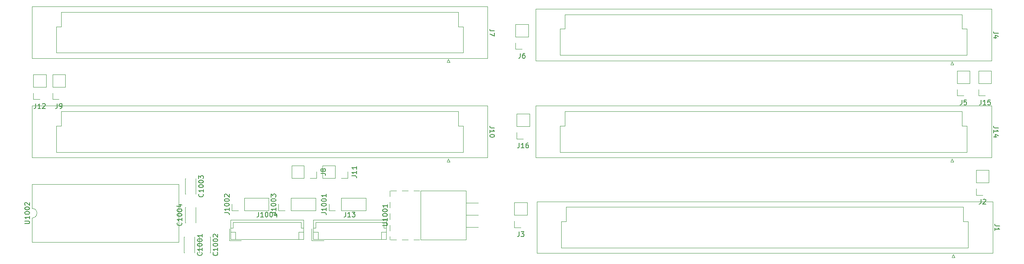
<source format=gbr>
%TF.GenerationSoftware,KiCad,Pcbnew,(5.1.10)-1*%
%TF.CreationDate,2022-04-01T18:04:23+02:00*%
%TF.ProjectId,Backplane,4261636b-706c-4616-9e65-2e6b69636164,rev?*%
%TF.SameCoordinates,Original*%
%TF.FileFunction,Legend,Top*%
%TF.FilePolarity,Positive*%
%FSLAX46Y46*%
G04 Gerber Fmt 4.6, Leading zero omitted, Abs format (unit mm)*
G04 Created by KiCad (PCBNEW (5.1.10)-1) date 2022-04-01 18:04:23*
%MOMM*%
%LPD*%
G01*
G04 APERTURE LIST*
%ADD10C,0.120000*%
%ADD11C,0.150000*%
G04 APERTURE END LIST*
D10*
%TO.C,J7*%
X49235000Y-102858000D02*
X134236000Y-102858000D01*
X49235000Y-97358000D02*
X49235000Y-102858000D01*
X50235000Y-97358000D02*
X49235000Y-97358000D01*
X50235000Y-94358000D02*
X50235000Y-97358000D01*
X133236000Y-94358000D02*
X50235000Y-94358000D01*
X133236000Y-97358000D02*
X133236000Y-94358000D01*
X134236000Y-97358000D02*
X133236000Y-97358000D01*
X134236000Y-102858000D02*
X134236000Y-97358000D01*
X130805000Y-104888000D02*
X131105000Y-104208000D01*
X131405000Y-104888000D02*
X130805000Y-104888000D01*
X131105000Y-104208000D02*
X131405000Y-104888000D01*
X44125000Y-104018000D02*
X139345000Y-104018000D01*
X44125000Y-93198000D02*
X44125000Y-104018000D01*
X139345000Y-93198000D02*
X44125000Y-93198000D01*
X139345000Y-104018000D02*
X139345000Y-93198000D01*
%TO.C,C1001*%
X78120000Y-141380000D02*
X78120000Y-144620000D01*
X75880000Y-141380000D02*
X75880000Y-144620000D01*
X78120000Y-141380000D02*
X78055000Y-141380000D01*
X75945000Y-141380000D02*
X75880000Y-141380000D01*
X78120000Y-144620000D02*
X78055000Y-144620000D01*
X75945000Y-144620000D02*
X75880000Y-144620000D01*
%TO.C,C1002*%
X79195000Y-144620000D02*
X79130000Y-144620000D01*
X81370000Y-144620000D02*
X81305000Y-144620000D01*
X79195000Y-141380000D02*
X79130000Y-141380000D01*
X81370000Y-141380000D02*
X81305000Y-141380000D01*
X79130000Y-141380000D02*
X79130000Y-144620000D01*
X81370000Y-141380000D02*
X81370000Y-144620000D01*
%TO.C,C1003*%
X76195000Y-132370000D02*
X76130000Y-132370000D01*
X78370000Y-132370000D02*
X78305000Y-132370000D01*
X76195000Y-129130000D02*
X76130000Y-129130000D01*
X78370000Y-129130000D02*
X78305000Y-129130000D01*
X76130000Y-129130000D02*
X76130000Y-132370000D01*
X78370000Y-129130000D02*
X78370000Y-132370000D01*
%TO.C,C1004*%
X76130000Y-138370000D02*
X76130000Y-135130000D01*
X78370000Y-138370000D02*
X78370000Y-135130000D01*
X76130000Y-138370000D02*
X76195000Y-138370000D01*
X78305000Y-138370000D02*
X78370000Y-138370000D01*
X76130000Y-135130000D02*
X76195000Y-135130000D01*
X78305000Y-135130000D02*
X78370000Y-135130000D01*
%TO.C,J1*%
X244845000Y-144768000D02*
X244845000Y-133948000D01*
X244845000Y-133948000D02*
X149625000Y-133948000D01*
X149625000Y-133948000D02*
X149625000Y-144768000D01*
X149625000Y-144768000D02*
X244845000Y-144768000D01*
X236605000Y-144958000D02*
X236905000Y-145638000D01*
X236905000Y-145638000D02*
X236305000Y-145638000D01*
X236305000Y-145638000D02*
X236605000Y-144958000D01*
X239736000Y-143608000D02*
X239736000Y-138108000D01*
X239736000Y-138108000D02*
X238736000Y-138108000D01*
X238736000Y-138108000D02*
X238736000Y-135108000D01*
X238736000Y-135108000D02*
X155735000Y-135108000D01*
X155735000Y-135108000D02*
X155735000Y-138108000D01*
X155735000Y-138108000D02*
X154735000Y-138108000D01*
X154735000Y-138108000D02*
X154735000Y-143608000D01*
X154735000Y-143608000D02*
X239736000Y-143608000D01*
%TO.C,J2*%
X242750000Y-132580000D02*
X241420000Y-132580000D01*
X241420000Y-132580000D02*
X241420000Y-131250000D01*
X241420000Y-129980000D02*
X241420000Y-127380000D01*
X244080000Y-127380000D02*
X241420000Y-127380000D01*
X244080000Y-129980000D02*
X244080000Y-127380000D01*
X244080000Y-129980000D02*
X241420000Y-129980000D01*
%TO.C,J3*%
X146250000Y-139370000D02*
X144920000Y-139370000D01*
X144920000Y-139370000D02*
X144920000Y-138040000D01*
X144920000Y-136770000D02*
X144920000Y-134170000D01*
X147580000Y-134170000D02*
X144920000Y-134170000D01*
X147580000Y-136770000D02*
X147580000Y-134170000D01*
X147580000Y-136770000D02*
X144920000Y-136770000D01*
%TO.C,J4*%
X154485000Y-103358000D02*
X239486000Y-103358000D01*
X154485000Y-97858000D02*
X154485000Y-103358000D01*
X155485000Y-97858000D02*
X154485000Y-97858000D01*
X155485000Y-94858000D02*
X155485000Y-97858000D01*
X238486000Y-94858000D02*
X155485000Y-94858000D01*
X238486000Y-97858000D02*
X238486000Y-94858000D01*
X239486000Y-97858000D02*
X238486000Y-97858000D01*
X239486000Y-103358000D02*
X239486000Y-97858000D01*
X236055000Y-105388000D02*
X236355000Y-104708000D01*
X236655000Y-105388000D02*
X236055000Y-105388000D01*
X236355000Y-104708000D02*
X236655000Y-105388000D01*
X149375000Y-104518000D02*
X244595000Y-104518000D01*
X149375000Y-93698000D02*
X149375000Y-104518000D01*
X244595000Y-93698000D02*
X149375000Y-93698000D01*
X244595000Y-104518000D02*
X244595000Y-93698000D01*
%TO.C,J5*%
X240080000Y-109230000D02*
X237420000Y-109230000D01*
X240080000Y-109230000D02*
X240080000Y-106630000D01*
X240080000Y-106630000D02*
X237420000Y-106630000D01*
X237420000Y-109230000D02*
X237420000Y-106630000D01*
X237420000Y-111830000D02*
X237420000Y-110500000D01*
X238750000Y-111830000D02*
X237420000Y-111830000D01*
%TO.C,J6*%
X147830000Y-99480000D02*
X145170000Y-99480000D01*
X147830000Y-99480000D02*
X147830000Y-96880000D01*
X147830000Y-96880000D02*
X145170000Y-96880000D01*
X145170000Y-99480000D02*
X145170000Y-96880000D01*
X145170000Y-102080000D02*
X145170000Y-100750000D01*
X146500000Y-102080000D02*
X145170000Y-102080000D01*
%TO.C,J8*%
X103580000Y-127750000D02*
X103580000Y-129080000D01*
X103580000Y-129080000D02*
X102250000Y-129080000D01*
X100980000Y-129080000D02*
X98380000Y-129080000D01*
X98380000Y-126420000D02*
X98380000Y-129080000D01*
X100980000Y-126420000D02*
X98380000Y-126420000D01*
X100980000Y-126420000D02*
X100980000Y-129080000D01*
%TO.C,J9*%
X51080000Y-109980000D02*
X48420000Y-109980000D01*
X51080000Y-109980000D02*
X51080000Y-107380000D01*
X51080000Y-107380000D02*
X48420000Y-107380000D01*
X48420000Y-109980000D02*
X48420000Y-107380000D01*
X48420000Y-112580000D02*
X48420000Y-111250000D01*
X49750000Y-112580000D02*
X48420000Y-112580000D01*
%TO.C,J10*%
X139345000Y-124768000D02*
X139345000Y-113948000D01*
X139345000Y-113948000D02*
X44125000Y-113948000D01*
X44125000Y-113948000D02*
X44125000Y-124768000D01*
X44125000Y-124768000D02*
X139345000Y-124768000D01*
X131105000Y-124958000D02*
X131405000Y-125638000D01*
X131405000Y-125638000D02*
X130805000Y-125638000D01*
X130805000Y-125638000D02*
X131105000Y-124958000D01*
X134236000Y-123608000D02*
X134236000Y-118108000D01*
X134236000Y-118108000D02*
X133236000Y-118108000D01*
X133236000Y-118108000D02*
X133236000Y-115108000D01*
X133236000Y-115108000D02*
X50235000Y-115108000D01*
X50235000Y-115108000D02*
X50235000Y-118108000D01*
X50235000Y-118108000D02*
X49235000Y-118108000D01*
X49235000Y-118108000D02*
X49235000Y-123608000D01*
X49235000Y-123608000D02*
X134236000Y-123608000D01*
%TO.C,J11*%
X110080000Y-127750000D02*
X110080000Y-129080000D01*
X110080000Y-129080000D02*
X108750000Y-129080000D01*
X107480000Y-129080000D02*
X104880000Y-129080000D01*
X104880000Y-126420000D02*
X104880000Y-129080000D01*
X107480000Y-126420000D02*
X104880000Y-126420000D01*
X107480000Y-126420000D02*
X107480000Y-129080000D01*
%TO.C,J12*%
X45750000Y-112580000D02*
X44420000Y-112580000D01*
X44420000Y-112580000D02*
X44420000Y-111250000D01*
X44420000Y-109980000D02*
X44420000Y-107380000D01*
X47080000Y-107380000D02*
X44420000Y-107380000D01*
X47080000Y-109980000D02*
X47080000Y-107380000D01*
X47080000Y-109980000D02*
X44420000Y-109980000D01*
%TO.C,J13*%
X102890000Y-137790000D02*
X102890000Y-141810000D01*
X102890000Y-141810000D02*
X118110000Y-141810000D01*
X118110000Y-141810000D02*
X118110000Y-137790000D01*
X118110000Y-137790000D02*
X102890000Y-137790000D01*
X102890000Y-139500000D02*
X103390000Y-139500000D01*
X103390000Y-139500000D02*
X103390000Y-138290000D01*
X103390000Y-138290000D02*
X117610000Y-138290000D01*
X117610000Y-138290000D02*
X117610000Y-139500000D01*
X117610000Y-139500000D02*
X118110000Y-139500000D01*
X102890000Y-140310000D02*
X103890000Y-140310000D01*
X103890000Y-140310000D02*
X103890000Y-141810000D01*
X118110000Y-140310000D02*
X117110000Y-140310000D01*
X117110000Y-140310000D02*
X117110000Y-141810000D01*
X102590000Y-139610000D02*
X102590000Y-142110000D01*
X102590000Y-142110000D02*
X105090000Y-142110000D01*
%TO.C,J14*%
X154485000Y-123608000D02*
X239486000Y-123608000D01*
X154485000Y-118108000D02*
X154485000Y-123608000D01*
X155485000Y-118108000D02*
X154485000Y-118108000D01*
X155485000Y-115108000D02*
X155485000Y-118108000D01*
X238486000Y-115108000D02*
X155485000Y-115108000D01*
X238486000Y-118108000D02*
X238486000Y-115108000D01*
X239486000Y-118108000D02*
X238486000Y-118108000D01*
X239486000Y-123608000D02*
X239486000Y-118108000D01*
X236055000Y-125638000D02*
X236355000Y-124958000D01*
X236655000Y-125638000D02*
X236055000Y-125638000D01*
X236355000Y-124958000D02*
X236655000Y-125638000D01*
X149375000Y-124768000D02*
X244595000Y-124768000D01*
X149375000Y-113948000D02*
X149375000Y-124768000D01*
X244595000Y-113948000D02*
X149375000Y-113948000D01*
X244595000Y-124768000D02*
X244595000Y-113948000D01*
%TO.C,J15*%
X244580000Y-109230000D02*
X241920000Y-109230000D01*
X244580000Y-109230000D02*
X244580000Y-106630000D01*
X244580000Y-106630000D02*
X241920000Y-106630000D01*
X241920000Y-109230000D02*
X241920000Y-106630000D01*
X241920000Y-111830000D02*
X241920000Y-110500000D01*
X243250000Y-111830000D02*
X241920000Y-111830000D01*
%TO.C,J16*%
X148080000Y-118230000D02*
X145420000Y-118230000D01*
X148080000Y-118230000D02*
X148080000Y-115630000D01*
X148080000Y-115630000D02*
X145420000Y-115630000D01*
X145420000Y-118230000D02*
X145420000Y-115630000D01*
X145420000Y-120830000D02*
X145420000Y-119500000D01*
X146750000Y-120830000D02*
X145420000Y-120830000D01*
%TO.C,J1001*%
X113910000Y-135830000D02*
X113910000Y-133170000D01*
X108770000Y-135830000D02*
X113910000Y-135830000D01*
X108770000Y-133170000D02*
X113910000Y-133170000D01*
X108770000Y-135830000D02*
X108770000Y-133170000D01*
X107500000Y-135830000D02*
X106170000Y-135830000D01*
X106170000Y-135830000D02*
X106170000Y-134500000D01*
%TO.C,J1002*%
X85880000Y-135830000D02*
X85880000Y-134500000D01*
X87210000Y-135830000D02*
X85880000Y-135830000D01*
X88480000Y-135830000D02*
X88480000Y-133170000D01*
X88480000Y-133170000D02*
X93620000Y-133170000D01*
X88480000Y-135830000D02*
X93620000Y-135830000D01*
X93620000Y-135830000D02*
X93620000Y-133170000D01*
%TO.C,J1003*%
X103370000Y-135830000D02*
X103370000Y-133170000D01*
X98230000Y-135830000D02*
X103370000Y-135830000D01*
X98230000Y-133170000D02*
X103370000Y-133170000D01*
X98230000Y-135830000D02*
X98230000Y-133170000D01*
X96960000Y-135830000D02*
X95630000Y-135830000D01*
X95630000Y-135830000D02*
X95630000Y-134500000D01*
%TO.C,J1004*%
X85340000Y-142110000D02*
X87840000Y-142110000D01*
X85340000Y-139610000D02*
X85340000Y-142110000D01*
X99860000Y-140310000D02*
X99860000Y-141810000D01*
X100860000Y-140310000D02*
X99860000Y-140310000D01*
X86640000Y-140310000D02*
X86640000Y-141810000D01*
X85640000Y-140310000D02*
X86640000Y-140310000D01*
X100360000Y-139500000D02*
X100860000Y-139500000D01*
X100360000Y-138290000D02*
X100360000Y-139500000D01*
X86140000Y-138290000D02*
X100360000Y-138290000D01*
X86140000Y-139500000D02*
X86140000Y-138290000D01*
X85640000Y-139500000D02*
X86140000Y-139500000D01*
X100860000Y-137790000D02*
X85640000Y-137790000D01*
X100860000Y-141810000D02*
X100860000Y-137790000D01*
X85640000Y-141810000D02*
X100860000Y-141810000D01*
X85640000Y-137790000D02*
X85640000Y-141810000D01*
%TO.C,U1001*%
X134810000Y-131670000D02*
X134810000Y-141910000D01*
X125320000Y-131670000D02*
X125320000Y-141910000D01*
X134810000Y-131670000D02*
X125320000Y-131670000D01*
X134810000Y-141910000D02*
X125320000Y-141910000D01*
X118920000Y-131670000D02*
X118920000Y-132870000D01*
X118920000Y-134069000D02*
X118920000Y-135270000D01*
X118920000Y-136470000D02*
X118920000Y-137670000D01*
X118920000Y-138870000D02*
X118920000Y-140070000D01*
X118920000Y-141270000D02*
X118920000Y-141910000D01*
X125080000Y-131670000D02*
X123880000Y-131670000D01*
X122680000Y-131670000D02*
X121480000Y-131670000D01*
X120280000Y-131670000D02*
X119080000Y-131670000D01*
X125080000Y-141910000D02*
X123880000Y-141910000D01*
X122680000Y-141910000D02*
X121480000Y-141910000D01*
X120280000Y-141910000D02*
X119080000Y-141910000D01*
X137350000Y-134250000D02*
X134810000Y-134250000D01*
X137350000Y-136790000D02*
X134810000Y-136790000D01*
X137350000Y-139330000D02*
X134810000Y-139330000D01*
%TO.C,U1002*%
X44170000Y-137380000D02*
X44170000Y-142440000D01*
X44170000Y-142440000D02*
X74770000Y-142440000D01*
X74770000Y-142440000D02*
X74770000Y-130320000D01*
X74770000Y-130320000D02*
X44170000Y-130320000D01*
X44170000Y-130320000D02*
X44170000Y-135380000D01*
X44170000Y-135380000D02*
G75*
G02*
X44170000Y-137380000I0J-1000000D01*
G01*
%TO.C,J7*%
D11*
X140782619Y-98274666D02*
X140068333Y-98274666D01*
X139925476Y-98227047D01*
X139830238Y-98131809D01*
X139782619Y-97988952D01*
X139782619Y-97893714D01*
X140782619Y-98655619D02*
X140782619Y-99322285D01*
X139782619Y-98893714D01*
%TO.C,C1001*%
X79607142Y-144595238D02*
X79654761Y-144642857D01*
X79702380Y-144785714D01*
X79702380Y-144880952D01*
X79654761Y-145023809D01*
X79559523Y-145119047D01*
X79464285Y-145166666D01*
X79273809Y-145214285D01*
X79130952Y-145214285D01*
X78940476Y-145166666D01*
X78845238Y-145119047D01*
X78750000Y-145023809D01*
X78702380Y-144880952D01*
X78702380Y-144785714D01*
X78750000Y-144642857D01*
X78797619Y-144595238D01*
X79702380Y-143642857D02*
X79702380Y-144214285D01*
X79702380Y-143928571D02*
X78702380Y-143928571D01*
X78845238Y-144023809D01*
X78940476Y-144119047D01*
X78988095Y-144214285D01*
X78702380Y-143023809D02*
X78702380Y-142928571D01*
X78750000Y-142833333D01*
X78797619Y-142785714D01*
X78892857Y-142738095D01*
X79083333Y-142690476D01*
X79321428Y-142690476D01*
X79511904Y-142738095D01*
X79607142Y-142785714D01*
X79654761Y-142833333D01*
X79702380Y-142928571D01*
X79702380Y-143023809D01*
X79654761Y-143119047D01*
X79607142Y-143166666D01*
X79511904Y-143214285D01*
X79321428Y-143261904D01*
X79083333Y-143261904D01*
X78892857Y-143214285D01*
X78797619Y-143166666D01*
X78750000Y-143119047D01*
X78702380Y-143023809D01*
X78702380Y-142071428D02*
X78702380Y-141976190D01*
X78750000Y-141880952D01*
X78797619Y-141833333D01*
X78892857Y-141785714D01*
X79083333Y-141738095D01*
X79321428Y-141738095D01*
X79511904Y-141785714D01*
X79607142Y-141833333D01*
X79654761Y-141880952D01*
X79702380Y-141976190D01*
X79702380Y-142071428D01*
X79654761Y-142166666D01*
X79607142Y-142214285D01*
X79511904Y-142261904D01*
X79321428Y-142309523D01*
X79083333Y-142309523D01*
X78892857Y-142261904D01*
X78797619Y-142214285D01*
X78750000Y-142166666D01*
X78702380Y-142071428D01*
X79702380Y-140785714D02*
X79702380Y-141357142D01*
X79702380Y-141071428D02*
X78702380Y-141071428D01*
X78845238Y-141166666D01*
X78940476Y-141261904D01*
X78988095Y-141357142D01*
%TO.C,C1002*%
X82857142Y-144595238D02*
X82904761Y-144642857D01*
X82952380Y-144785714D01*
X82952380Y-144880952D01*
X82904761Y-145023809D01*
X82809523Y-145119047D01*
X82714285Y-145166666D01*
X82523809Y-145214285D01*
X82380952Y-145214285D01*
X82190476Y-145166666D01*
X82095238Y-145119047D01*
X82000000Y-145023809D01*
X81952380Y-144880952D01*
X81952380Y-144785714D01*
X82000000Y-144642857D01*
X82047619Y-144595238D01*
X82952380Y-143642857D02*
X82952380Y-144214285D01*
X82952380Y-143928571D02*
X81952380Y-143928571D01*
X82095238Y-144023809D01*
X82190476Y-144119047D01*
X82238095Y-144214285D01*
X81952380Y-143023809D02*
X81952380Y-142928571D01*
X82000000Y-142833333D01*
X82047619Y-142785714D01*
X82142857Y-142738095D01*
X82333333Y-142690476D01*
X82571428Y-142690476D01*
X82761904Y-142738095D01*
X82857142Y-142785714D01*
X82904761Y-142833333D01*
X82952380Y-142928571D01*
X82952380Y-143023809D01*
X82904761Y-143119047D01*
X82857142Y-143166666D01*
X82761904Y-143214285D01*
X82571428Y-143261904D01*
X82333333Y-143261904D01*
X82142857Y-143214285D01*
X82047619Y-143166666D01*
X82000000Y-143119047D01*
X81952380Y-143023809D01*
X81952380Y-142071428D02*
X81952380Y-141976190D01*
X82000000Y-141880952D01*
X82047619Y-141833333D01*
X82142857Y-141785714D01*
X82333333Y-141738095D01*
X82571428Y-141738095D01*
X82761904Y-141785714D01*
X82857142Y-141833333D01*
X82904761Y-141880952D01*
X82952380Y-141976190D01*
X82952380Y-142071428D01*
X82904761Y-142166666D01*
X82857142Y-142214285D01*
X82761904Y-142261904D01*
X82571428Y-142309523D01*
X82333333Y-142309523D01*
X82142857Y-142261904D01*
X82047619Y-142214285D01*
X82000000Y-142166666D01*
X81952380Y-142071428D01*
X82047619Y-141357142D02*
X82000000Y-141309523D01*
X81952380Y-141214285D01*
X81952380Y-140976190D01*
X82000000Y-140880952D01*
X82047619Y-140833333D01*
X82142857Y-140785714D01*
X82238095Y-140785714D01*
X82380952Y-140833333D01*
X82952380Y-141404761D01*
X82952380Y-140785714D01*
%TO.C,C1003*%
X79857142Y-132345238D02*
X79904761Y-132392857D01*
X79952380Y-132535714D01*
X79952380Y-132630952D01*
X79904761Y-132773809D01*
X79809523Y-132869047D01*
X79714285Y-132916666D01*
X79523809Y-132964285D01*
X79380952Y-132964285D01*
X79190476Y-132916666D01*
X79095238Y-132869047D01*
X79000000Y-132773809D01*
X78952380Y-132630952D01*
X78952380Y-132535714D01*
X79000000Y-132392857D01*
X79047619Y-132345238D01*
X79952380Y-131392857D02*
X79952380Y-131964285D01*
X79952380Y-131678571D02*
X78952380Y-131678571D01*
X79095238Y-131773809D01*
X79190476Y-131869047D01*
X79238095Y-131964285D01*
X78952380Y-130773809D02*
X78952380Y-130678571D01*
X79000000Y-130583333D01*
X79047619Y-130535714D01*
X79142857Y-130488095D01*
X79333333Y-130440476D01*
X79571428Y-130440476D01*
X79761904Y-130488095D01*
X79857142Y-130535714D01*
X79904761Y-130583333D01*
X79952380Y-130678571D01*
X79952380Y-130773809D01*
X79904761Y-130869047D01*
X79857142Y-130916666D01*
X79761904Y-130964285D01*
X79571428Y-131011904D01*
X79333333Y-131011904D01*
X79142857Y-130964285D01*
X79047619Y-130916666D01*
X79000000Y-130869047D01*
X78952380Y-130773809D01*
X78952380Y-129821428D02*
X78952380Y-129726190D01*
X79000000Y-129630952D01*
X79047619Y-129583333D01*
X79142857Y-129535714D01*
X79333333Y-129488095D01*
X79571428Y-129488095D01*
X79761904Y-129535714D01*
X79857142Y-129583333D01*
X79904761Y-129630952D01*
X79952380Y-129726190D01*
X79952380Y-129821428D01*
X79904761Y-129916666D01*
X79857142Y-129964285D01*
X79761904Y-130011904D01*
X79571428Y-130059523D01*
X79333333Y-130059523D01*
X79142857Y-130011904D01*
X79047619Y-129964285D01*
X79000000Y-129916666D01*
X78952380Y-129821428D01*
X78952380Y-129154761D02*
X78952380Y-128535714D01*
X79333333Y-128869047D01*
X79333333Y-128726190D01*
X79380952Y-128630952D01*
X79428571Y-128583333D01*
X79523809Y-128535714D01*
X79761904Y-128535714D01*
X79857142Y-128583333D01*
X79904761Y-128630952D01*
X79952380Y-128726190D01*
X79952380Y-129011904D01*
X79904761Y-129107142D01*
X79857142Y-129154761D01*
%TO.C,C1004*%
X75357142Y-138345238D02*
X75404761Y-138392857D01*
X75452380Y-138535714D01*
X75452380Y-138630952D01*
X75404761Y-138773809D01*
X75309523Y-138869047D01*
X75214285Y-138916666D01*
X75023809Y-138964285D01*
X74880952Y-138964285D01*
X74690476Y-138916666D01*
X74595238Y-138869047D01*
X74500000Y-138773809D01*
X74452380Y-138630952D01*
X74452380Y-138535714D01*
X74500000Y-138392857D01*
X74547619Y-138345238D01*
X75452380Y-137392857D02*
X75452380Y-137964285D01*
X75452380Y-137678571D02*
X74452380Y-137678571D01*
X74595238Y-137773809D01*
X74690476Y-137869047D01*
X74738095Y-137964285D01*
X74452380Y-136773809D02*
X74452380Y-136678571D01*
X74500000Y-136583333D01*
X74547619Y-136535714D01*
X74642857Y-136488095D01*
X74833333Y-136440476D01*
X75071428Y-136440476D01*
X75261904Y-136488095D01*
X75357142Y-136535714D01*
X75404761Y-136583333D01*
X75452380Y-136678571D01*
X75452380Y-136773809D01*
X75404761Y-136869047D01*
X75357142Y-136916666D01*
X75261904Y-136964285D01*
X75071428Y-137011904D01*
X74833333Y-137011904D01*
X74642857Y-136964285D01*
X74547619Y-136916666D01*
X74500000Y-136869047D01*
X74452380Y-136773809D01*
X74452380Y-135821428D02*
X74452380Y-135726190D01*
X74500000Y-135630952D01*
X74547619Y-135583333D01*
X74642857Y-135535714D01*
X74833333Y-135488095D01*
X75071428Y-135488095D01*
X75261904Y-135535714D01*
X75357142Y-135583333D01*
X75404761Y-135630952D01*
X75452380Y-135726190D01*
X75452380Y-135821428D01*
X75404761Y-135916666D01*
X75357142Y-135964285D01*
X75261904Y-136011904D01*
X75071428Y-136059523D01*
X74833333Y-136059523D01*
X74642857Y-136011904D01*
X74547619Y-135964285D01*
X74500000Y-135916666D01*
X74452380Y-135821428D01*
X74785714Y-134630952D02*
X75452380Y-134630952D01*
X74404761Y-134869047D02*
X75119047Y-135107142D01*
X75119047Y-134488095D01*
%TO.C,J1*%
X246282619Y-139024666D02*
X245568333Y-139024666D01*
X245425476Y-138977047D01*
X245330238Y-138881809D01*
X245282619Y-138738952D01*
X245282619Y-138643714D01*
X245282619Y-140024666D02*
X245282619Y-139453238D01*
X245282619Y-139738952D02*
X246282619Y-139738952D01*
X246139761Y-139643714D01*
X246044523Y-139548476D01*
X245996904Y-139453238D01*
%TO.C,J2*%
X242416666Y-133472380D02*
X242416666Y-134186666D01*
X242369047Y-134329523D01*
X242273809Y-134424761D01*
X242130952Y-134472380D01*
X242035714Y-134472380D01*
X242845238Y-133567619D02*
X242892857Y-133520000D01*
X242988095Y-133472380D01*
X243226190Y-133472380D01*
X243321428Y-133520000D01*
X243369047Y-133567619D01*
X243416666Y-133662857D01*
X243416666Y-133758095D01*
X243369047Y-133900952D01*
X242797619Y-134472380D01*
X243416666Y-134472380D01*
%TO.C,J3*%
X145916666Y-140262380D02*
X145916666Y-140976666D01*
X145869047Y-141119523D01*
X145773809Y-141214761D01*
X145630952Y-141262380D01*
X145535714Y-141262380D01*
X146297619Y-140262380D02*
X146916666Y-140262380D01*
X146583333Y-140643333D01*
X146726190Y-140643333D01*
X146821428Y-140690952D01*
X146869047Y-140738571D01*
X146916666Y-140833809D01*
X146916666Y-141071904D01*
X146869047Y-141167142D01*
X146821428Y-141214761D01*
X146726190Y-141262380D01*
X146440476Y-141262380D01*
X146345238Y-141214761D01*
X146297619Y-141167142D01*
%TO.C,J4*%
X246032619Y-98774666D02*
X245318333Y-98774666D01*
X245175476Y-98727047D01*
X245080238Y-98631809D01*
X245032619Y-98488952D01*
X245032619Y-98393714D01*
X245699285Y-99679428D02*
X245032619Y-99679428D01*
X246080238Y-99441333D02*
X245365952Y-99203238D01*
X245365952Y-99822285D01*
%TO.C,J5*%
X238416666Y-112722380D02*
X238416666Y-113436666D01*
X238369047Y-113579523D01*
X238273809Y-113674761D01*
X238130952Y-113722380D01*
X238035714Y-113722380D01*
X239369047Y-112722380D02*
X238892857Y-112722380D01*
X238845238Y-113198571D01*
X238892857Y-113150952D01*
X238988095Y-113103333D01*
X239226190Y-113103333D01*
X239321428Y-113150952D01*
X239369047Y-113198571D01*
X239416666Y-113293809D01*
X239416666Y-113531904D01*
X239369047Y-113627142D01*
X239321428Y-113674761D01*
X239226190Y-113722380D01*
X238988095Y-113722380D01*
X238892857Y-113674761D01*
X238845238Y-113627142D01*
%TO.C,J6*%
X146166666Y-102972380D02*
X146166666Y-103686666D01*
X146119047Y-103829523D01*
X146023809Y-103924761D01*
X145880952Y-103972380D01*
X145785714Y-103972380D01*
X147071428Y-102972380D02*
X146880952Y-102972380D01*
X146785714Y-103020000D01*
X146738095Y-103067619D01*
X146642857Y-103210476D01*
X146595238Y-103400952D01*
X146595238Y-103781904D01*
X146642857Y-103877142D01*
X146690476Y-103924761D01*
X146785714Y-103972380D01*
X146976190Y-103972380D01*
X147071428Y-103924761D01*
X147119047Y-103877142D01*
X147166666Y-103781904D01*
X147166666Y-103543809D01*
X147119047Y-103448571D01*
X147071428Y-103400952D01*
X146976190Y-103353333D01*
X146785714Y-103353333D01*
X146690476Y-103400952D01*
X146642857Y-103448571D01*
X146595238Y-103543809D01*
%TO.C,J8*%
X104472380Y-128083333D02*
X105186666Y-128083333D01*
X105329523Y-128130952D01*
X105424761Y-128226190D01*
X105472380Y-128369047D01*
X105472380Y-128464285D01*
X104900952Y-127464285D02*
X104853333Y-127559523D01*
X104805714Y-127607142D01*
X104710476Y-127654761D01*
X104662857Y-127654761D01*
X104567619Y-127607142D01*
X104520000Y-127559523D01*
X104472380Y-127464285D01*
X104472380Y-127273809D01*
X104520000Y-127178571D01*
X104567619Y-127130952D01*
X104662857Y-127083333D01*
X104710476Y-127083333D01*
X104805714Y-127130952D01*
X104853333Y-127178571D01*
X104900952Y-127273809D01*
X104900952Y-127464285D01*
X104948571Y-127559523D01*
X104996190Y-127607142D01*
X105091428Y-127654761D01*
X105281904Y-127654761D01*
X105377142Y-127607142D01*
X105424761Y-127559523D01*
X105472380Y-127464285D01*
X105472380Y-127273809D01*
X105424761Y-127178571D01*
X105377142Y-127130952D01*
X105281904Y-127083333D01*
X105091428Y-127083333D01*
X104996190Y-127130952D01*
X104948571Y-127178571D01*
X104900952Y-127273809D01*
%TO.C,J9*%
X49416666Y-113472380D02*
X49416666Y-114186666D01*
X49369047Y-114329523D01*
X49273809Y-114424761D01*
X49130952Y-114472380D01*
X49035714Y-114472380D01*
X49940476Y-114472380D02*
X50130952Y-114472380D01*
X50226190Y-114424761D01*
X50273809Y-114377142D01*
X50369047Y-114234285D01*
X50416666Y-114043809D01*
X50416666Y-113662857D01*
X50369047Y-113567619D01*
X50321428Y-113520000D01*
X50226190Y-113472380D01*
X50035714Y-113472380D01*
X49940476Y-113520000D01*
X49892857Y-113567619D01*
X49845238Y-113662857D01*
X49845238Y-113900952D01*
X49892857Y-113996190D01*
X49940476Y-114043809D01*
X50035714Y-114091428D01*
X50226190Y-114091428D01*
X50321428Y-114043809D01*
X50369047Y-113996190D01*
X50416666Y-113900952D01*
%TO.C,J10*%
X140782619Y-118548476D02*
X140068333Y-118548476D01*
X139925476Y-118500857D01*
X139830238Y-118405619D01*
X139782619Y-118262761D01*
X139782619Y-118167523D01*
X139782619Y-119548476D02*
X139782619Y-118977047D01*
X139782619Y-119262761D02*
X140782619Y-119262761D01*
X140639761Y-119167523D01*
X140544523Y-119072285D01*
X140496904Y-118977047D01*
X140782619Y-120167523D02*
X140782619Y-120262761D01*
X140735000Y-120358000D01*
X140687380Y-120405619D01*
X140592142Y-120453238D01*
X140401666Y-120500857D01*
X140163571Y-120500857D01*
X139973095Y-120453238D01*
X139877857Y-120405619D01*
X139830238Y-120358000D01*
X139782619Y-120262761D01*
X139782619Y-120167523D01*
X139830238Y-120072285D01*
X139877857Y-120024666D01*
X139973095Y-119977047D01*
X140163571Y-119929428D01*
X140401666Y-119929428D01*
X140592142Y-119977047D01*
X140687380Y-120024666D01*
X140735000Y-120072285D01*
X140782619Y-120167523D01*
%TO.C,J11*%
X110972380Y-128559523D02*
X111686666Y-128559523D01*
X111829523Y-128607142D01*
X111924761Y-128702380D01*
X111972380Y-128845238D01*
X111972380Y-128940476D01*
X111972380Y-127559523D02*
X111972380Y-128130952D01*
X111972380Y-127845238D02*
X110972380Y-127845238D01*
X111115238Y-127940476D01*
X111210476Y-128035714D01*
X111258095Y-128130952D01*
X111972380Y-126607142D02*
X111972380Y-127178571D01*
X111972380Y-126892857D02*
X110972380Y-126892857D01*
X111115238Y-126988095D01*
X111210476Y-127083333D01*
X111258095Y-127178571D01*
%TO.C,J12*%
X44940476Y-113472380D02*
X44940476Y-114186666D01*
X44892857Y-114329523D01*
X44797619Y-114424761D01*
X44654761Y-114472380D01*
X44559523Y-114472380D01*
X45940476Y-114472380D02*
X45369047Y-114472380D01*
X45654761Y-114472380D02*
X45654761Y-113472380D01*
X45559523Y-113615238D01*
X45464285Y-113710476D01*
X45369047Y-113758095D01*
X46321428Y-113567619D02*
X46369047Y-113520000D01*
X46464285Y-113472380D01*
X46702380Y-113472380D01*
X46797619Y-113520000D01*
X46845238Y-113567619D01*
X46892857Y-113662857D01*
X46892857Y-113758095D01*
X46845238Y-113900952D01*
X46273809Y-114472380D01*
X46892857Y-114472380D01*
%TO.C,J13*%
X109690476Y-136152380D02*
X109690476Y-136866666D01*
X109642857Y-137009523D01*
X109547619Y-137104761D01*
X109404761Y-137152380D01*
X109309523Y-137152380D01*
X110690476Y-137152380D02*
X110119047Y-137152380D01*
X110404761Y-137152380D02*
X110404761Y-136152380D01*
X110309523Y-136295238D01*
X110214285Y-136390476D01*
X110119047Y-136438095D01*
X111023809Y-136152380D02*
X111642857Y-136152380D01*
X111309523Y-136533333D01*
X111452380Y-136533333D01*
X111547619Y-136580952D01*
X111595238Y-136628571D01*
X111642857Y-136723809D01*
X111642857Y-136961904D01*
X111595238Y-137057142D01*
X111547619Y-137104761D01*
X111452380Y-137152380D01*
X111166666Y-137152380D01*
X111071428Y-137104761D01*
X111023809Y-137057142D01*
%TO.C,J14*%
X246032619Y-118548476D02*
X245318333Y-118548476D01*
X245175476Y-118500857D01*
X245080238Y-118405619D01*
X245032619Y-118262761D01*
X245032619Y-118167523D01*
X245032619Y-119548476D02*
X245032619Y-118977047D01*
X245032619Y-119262761D02*
X246032619Y-119262761D01*
X245889761Y-119167523D01*
X245794523Y-119072285D01*
X245746904Y-118977047D01*
X245699285Y-120405619D02*
X245032619Y-120405619D01*
X246080238Y-120167523D02*
X245365952Y-119929428D01*
X245365952Y-120548476D01*
%TO.C,J15*%
X242440476Y-112722380D02*
X242440476Y-113436666D01*
X242392857Y-113579523D01*
X242297619Y-113674761D01*
X242154761Y-113722380D01*
X242059523Y-113722380D01*
X243440476Y-113722380D02*
X242869047Y-113722380D01*
X243154761Y-113722380D02*
X243154761Y-112722380D01*
X243059523Y-112865238D01*
X242964285Y-112960476D01*
X242869047Y-113008095D01*
X244345238Y-112722380D02*
X243869047Y-112722380D01*
X243821428Y-113198571D01*
X243869047Y-113150952D01*
X243964285Y-113103333D01*
X244202380Y-113103333D01*
X244297619Y-113150952D01*
X244345238Y-113198571D01*
X244392857Y-113293809D01*
X244392857Y-113531904D01*
X244345238Y-113627142D01*
X244297619Y-113674761D01*
X244202380Y-113722380D01*
X243964285Y-113722380D01*
X243869047Y-113674761D01*
X243821428Y-113627142D01*
%TO.C,J16*%
X145940476Y-121722380D02*
X145940476Y-122436666D01*
X145892857Y-122579523D01*
X145797619Y-122674761D01*
X145654761Y-122722380D01*
X145559523Y-122722380D01*
X146940476Y-122722380D02*
X146369047Y-122722380D01*
X146654761Y-122722380D02*
X146654761Y-121722380D01*
X146559523Y-121865238D01*
X146464285Y-121960476D01*
X146369047Y-122008095D01*
X147797619Y-121722380D02*
X147607142Y-121722380D01*
X147511904Y-121770000D01*
X147464285Y-121817619D01*
X147369047Y-121960476D01*
X147321428Y-122150952D01*
X147321428Y-122531904D01*
X147369047Y-122627142D01*
X147416666Y-122674761D01*
X147511904Y-122722380D01*
X147702380Y-122722380D01*
X147797619Y-122674761D01*
X147845238Y-122627142D01*
X147892857Y-122531904D01*
X147892857Y-122293809D01*
X147845238Y-122198571D01*
X147797619Y-122150952D01*
X147702380Y-122103333D01*
X147511904Y-122103333D01*
X147416666Y-122150952D01*
X147369047Y-122198571D01*
X147321428Y-122293809D01*
%TO.C,J1001*%
X104622380Y-136261904D02*
X105336666Y-136261904D01*
X105479523Y-136309523D01*
X105574761Y-136404761D01*
X105622380Y-136547619D01*
X105622380Y-136642857D01*
X105622380Y-135261904D02*
X105622380Y-135833333D01*
X105622380Y-135547619D02*
X104622380Y-135547619D01*
X104765238Y-135642857D01*
X104860476Y-135738095D01*
X104908095Y-135833333D01*
X104622380Y-134642857D02*
X104622380Y-134547619D01*
X104670000Y-134452380D01*
X104717619Y-134404761D01*
X104812857Y-134357142D01*
X105003333Y-134309523D01*
X105241428Y-134309523D01*
X105431904Y-134357142D01*
X105527142Y-134404761D01*
X105574761Y-134452380D01*
X105622380Y-134547619D01*
X105622380Y-134642857D01*
X105574761Y-134738095D01*
X105527142Y-134785714D01*
X105431904Y-134833333D01*
X105241428Y-134880952D01*
X105003333Y-134880952D01*
X104812857Y-134833333D01*
X104717619Y-134785714D01*
X104670000Y-134738095D01*
X104622380Y-134642857D01*
X104622380Y-133690476D02*
X104622380Y-133595238D01*
X104670000Y-133500000D01*
X104717619Y-133452380D01*
X104812857Y-133404761D01*
X105003333Y-133357142D01*
X105241428Y-133357142D01*
X105431904Y-133404761D01*
X105527142Y-133452380D01*
X105574761Y-133500000D01*
X105622380Y-133595238D01*
X105622380Y-133690476D01*
X105574761Y-133785714D01*
X105527142Y-133833333D01*
X105431904Y-133880952D01*
X105241428Y-133928571D01*
X105003333Y-133928571D01*
X104812857Y-133880952D01*
X104717619Y-133833333D01*
X104670000Y-133785714D01*
X104622380Y-133690476D01*
X105622380Y-132404761D02*
X105622380Y-132976190D01*
X105622380Y-132690476D02*
X104622380Y-132690476D01*
X104765238Y-132785714D01*
X104860476Y-132880952D01*
X104908095Y-132976190D01*
%TO.C,J1002*%
X84332380Y-136261904D02*
X85046666Y-136261904D01*
X85189523Y-136309523D01*
X85284761Y-136404761D01*
X85332380Y-136547619D01*
X85332380Y-136642857D01*
X85332380Y-135261904D02*
X85332380Y-135833333D01*
X85332380Y-135547619D02*
X84332380Y-135547619D01*
X84475238Y-135642857D01*
X84570476Y-135738095D01*
X84618095Y-135833333D01*
X84332380Y-134642857D02*
X84332380Y-134547619D01*
X84380000Y-134452380D01*
X84427619Y-134404761D01*
X84522857Y-134357142D01*
X84713333Y-134309523D01*
X84951428Y-134309523D01*
X85141904Y-134357142D01*
X85237142Y-134404761D01*
X85284761Y-134452380D01*
X85332380Y-134547619D01*
X85332380Y-134642857D01*
X85284761Y-134738095D01*
X85237142Y-134785714D01*
X85141904Y-134833333D01*
X84951428Y-134880952D01*
X84713333Y-134880952D01*
X84522857Y-134833333D01*
X84427619Y-134785714D01*
X84380000Y-134738095D01*
X84332380Y-134642857D01*
X84332380Y-133690476D02*
X84332380Y-133595238D01*
X84380000Y-133500000D01*
X84427619Y-133452380D01*
X84522857Y-133404761D01*
X84713333Y-133357142D01*
X84951428Y-133357142D01*
X85141904Y-133404761D01*
X85237142Y-133452380D01*
X85284761Y-133500000D01*
X85332380Y-133595238D01*
X85332380Y-133690476D01*
X85284761Y-133785714D01*
X85237142Y-133833333D01*
X85141904Y-133880952D01*
X84951428Y-133928571D01*
X84713333Y-133928571D01*
X84522857Y-133880952D01*
X84427619Y-133833333D01*
X84380000Y-133785714D01*
X84332380Y-133690476D01*
X84427619Y-132976190D02*
X84380000Y-132928571D01*
X84332380Y-132833333D01*
X84332380Y-132595238D01*
X84380000Y-132500000D01*
X84427619Y-132452380D01*
X84522857Y-132404761D01*
X84618095Y-132404761D01*
X84760952Y-132452380D01*
X85332380Y-133023809D01*
X85332380Y-132404761D01*
%TO.C,J1003*%
X94082380Y-136261904D02*
X94796666Y-136261904D01*
X94939523Y-136309523D01*
X95034761Y-136404761D01*
X95082380Y-136547619D01*
X95082380Y-136642857D01*
X95082380Y-135261904D02*
X95082380Y-135833333D01*
X95082380Y-135547619D02*
X94082380Y-135547619D01*
X94225238Y-135642857D01*
X94320476Y-135738095D01*
X94368095Y-135833333D01*
X94082380Y-134642857D02*
X94082380Y-134547619D01*
X94130000Y-134452380D01*
X94177619Y-134404761D01*
X94272857Y-134357142D01*
X94463333Y-134309523D01*
X94701428Y-134309523D01*
X94891904Y-134357142D01*
X94987142Y-134404761D01*
X95034761Y-134452380D01*
X95082380Y-134547619D01*
X95082380Y-134642857D01*
X95034761Y-134738095D01*
X94987142Y-134785714D01*
X94891904Y-134833333D01*
X94701428Y-134880952D01*
X94463333Y-134880952D01*
X94272857Y-134833333D01*
X94177619Y-134785714D01*
X94130000Y-134738095D01*
X94082380Y-134642857D01*
X94082380Y-133690476D02*
X94082380Y-133595238D01*
X94130000Y-133500000D01*
X94177619Y-133452380D01*
X94272857Y-133404761D01*
X94463333Y-133357142D01*
X94701428Y-133357142D01*
X94891904Y-133404761D01*
X94987142Y-133452380D01*
X95034761Y-133500000D01*
X95082380Y-133595238D01*
X95082380Y-133690476D01*
X95034761Y-133785714D01*
X94987142Y-133833333D01*
X94891904Y-133880952D01*
X94701428Y-133928571D01*
X94463333Y-133928571D01*
X94272857Y-133880952D01*
X94177619Y-133833333D01*
X94130000Y-133785714D01*
X94082380Y-133690476D01*
X94082380Y-133023809D02*
X94082380Y-132404761D01*
X94463333Y-132738095D01*
X94463333Y-132595238D01*
X94510952Y-132500000D01*
X94558571Y-132452380D01*
X94653809Y-132404761D01*
X94891904Y-132404761D01*
X94987142Y-132452380D01*
X95034761Y-132500000D01*
X95082380Y-132595238D01*
X95082380Y-132880952D01*
X95034761Y-132976190D01*
X94987142Y-133023809D01*
%TO.C,J1004*%
X91488095Y-136152380D02*
X91488095Y-136866666D01*
X91440476Y-137009523D01*
X91345238Y-137104761D01*
X91202380Y-137152380D01*
X91107142Y-137152380D01*
X92488095Y-137152380D02*
X91916666Y-137152380D01*
X92202380Y-137152380D02*
X92202380Y-136152380D01*
X92107142Y-136295238D01*
X92011904Y-136390476D01*
X91916666Y-136438095D01*
X93107142Y-136152380D02*
X93202380Y-136152380D01*
X93297619Y-136200000D01*
X93345238Y-136247619D01*
X93392857Y-136342857D01*
X93440476Y-136533333D01*
X93440476Y-136771428D01*
X93392857Y-136961904D01*
X93345238Y-137057142D01*
X93297619Y-137104761D01*
X93202380Y-137152380D01*
X93107142Y-137152380D01*
X93011904Y-137104761D01*
X92964285Y-137057142D01*
X92916666Y-136961904D01*
X92869047Y-136771428D01*
X92869047Y-136533333D01*
X92916666Y-136342857D01*
X92964285Y-136247619D01*
X93011904Y-136200000D01*
X93107142Y-136152380D01*
X94059523Y-136152380D02*
X94154761Y-136152380D01*
X94250000Y-136200000D01*
X94297619Y-136247619D01*
X94345238Y-136342857D01*
X94392857Y-136533333D01*
X94392857Y-136771428D01*
X94345238Y-136961904D01*
X94297619Y-137057142D01*
X94250000Y-137104761D01*
X94154761Y-137152380D01*
X94059523Y-137152380D01*
X93964285Y-137104761D01*
X93916666Y-137057142D01*
X93869047Y-136961904D01*
X93821428Y-136771428D01*
X93821428Y-136533333D01*
X93869047Y-136342857D01*
X93916666Y-136247619D01*
X93964285Y-136200000D01*
X94059523Y-136152380D01*
X95250000Y-136485714D02*
X95250000Y-137152380D01*
X95011904Y-136104761D02*
X94773809Y-136819047D01*
X95392857Y-136819047D01*
%TO.C,U1001*%
X117372380Y-138980476D02*
X118181904Y-138980476D01*
X118277142Y-138932857D01*
X118324761Y-138885238D01*
X118372380Y-138790000D01*
X118372380Y-138599523D01*
X118324761Y-138504285D01*
X118277142Y-138456666D01*
X118181904Y-138409047D01*
X117372380Y-138409047D01*
X118372380Y-137409047D02*
X118372380Y-137980476D01*
X118372380Y-137694761D02*
X117372380Y-137694761D01*
X117515238Y-137790000D01*
X117610476Y-137885238D01*
X117658095Y-137980476D01*
X117372380Y-136790000D02*
X117372380Y-136694761D01*
X117420000Y-136599523D01*
X117467619Y-136551904D01*
X117562857Y-136504285D01*
X117753333Y-136456666D01*
X117991428Y-136456666D01*
X118181904Y-136504285D01*
X118277142Y-136551904D01*
X118324761Y-136599523D01*
X118372380Y-136694761D01*
X118372380Y-136790000D01*
X118324761Y-136885238D01*
X118277142Y-136932857D01*
X118181904Y-136980476D01*
X117991428Y-137028095D01*
X117753333Y-137028095D01*
X117562857Y-136980476D01*
X117467619Y-136932857D01*
X117420000Y-136885238D01*
X117372380Y-136790000D01*
X117372380Y-135837619D02*
X117372380Y-135742380D01*
X117420000Y-135647142D01*
X117467619Y-135599523D01*
X117562857Y-135551904D01*
X117753333Y-135504285D01*
X117991428Y-135504285D01*
X118181904Y-135551904D01*
X118277142Y-135599523D01*
X118324761Y-135647142D01*
X118372380Y-135742380D01*
X118372380Y-135837619D01*
X118324761Y-135932857D01*
X118277142Y-135980476D01*
X118181904Y-136028095D01*
X117991428Y-136075714D01*
X117753333Y-136075714D01*
X117562857Y-136028095D01*
X117467619Y-135980476D01*
X117420000Y-135932857D01*
X117372380Y-135837619D01*
X118372380Y-134551904D02*
X118372380Y-135123333D01*
X118372380Y-134837619D02*
X117372380Y-134837619D01*
X117515238Y-134932857D01*
X117610476Y-135028095D01*
X117658095Y-135123333D01*
%TO.C,U1002*%
X42622380Y-138570476D02*
X43431904Y-138570476D01*
X43527142Y-138522857D01*
X43574761Y-138475238D01*
X43622380Y-138380000D01*
X43622380Y-138189523D01*
X43574761Y-138094285D01*
X43527142Y-138046666D01*
X43431904Y-137999047D01*
X42622380Y-137999047D01*
X43622380Y-136999047D02*
X43622380Y-137570476D01*
X43622380Y-137284761D02*
X42622380Y-137284761D01*
X42765238Y-137380000D01*
X42860476Y-137475238D01*
X42908095Y-137570476D01*
X42622380Y-136380000D02*
X42622380Y-136284761D01*
X42670000Y-136189523D01*
X42717619Y-136141904D01*
X42812857Y-136094285D01*
X43003333Y-136046666D01*
X43241428Y-136046666D01*
X43431904Y-136094285D01*
X43527142Y-136141904D01*
X43574761Y-136189523D01*
X43622380Y-136284761D01*
X43622380Y-136380000D01*
X43574761Y-136475238D01*
X43527142Y-136522857D01*
X43431904Y-136570476D01*
X43241428Y-136618095D01*
X43003333Y-136618095D01*
X42812857Y-136570476D01*
X42717619Y-136522857D01*
X42670000Y-136475238D01*
X42622380Y-136380000D01*
X42622380Y-135427619D02*
X42622380Y-135332380D01*
X42670000Y-135237142D01*
X42717619Y-135189523D01*
X42812857Y-135141904D01*
X43003333Y-135094285D01*
X43241428Y-135094285D01*
X43431904Y-135141904D01*
X43527142Y-135189523D01*
X43574761Y-135237142D01*
X43622380Y-135332380D01*
X43622380Y-135427619D01*
X43574761Y-135522857D01*
X43527142Y-135570476D01*
X43431904Y-135618095D01*
X43241428Y-135665714D01*
X43003333Y-135665714D01*
X42812857Y-135618095D01*
X42717619Y-135570476D01*
X42670000Y-135522857D01*
X42622380Y-135427619D01*
X42717619Y-134713333D02*
X42670000Y-134665714D01*
X42622380Y-134570476D01*
X42622380Y-134332380D01*
X42670000Y-134237142D01*
X42717619Y-134189523D01*
X42812857Y-134141904D01*
X42908095Y-134141904D01*
X43050952Y-134189523D01*
X43622380Y-134760952D01*
X43622380Y-134141904D01*
%TD*%
M02*

</source>
